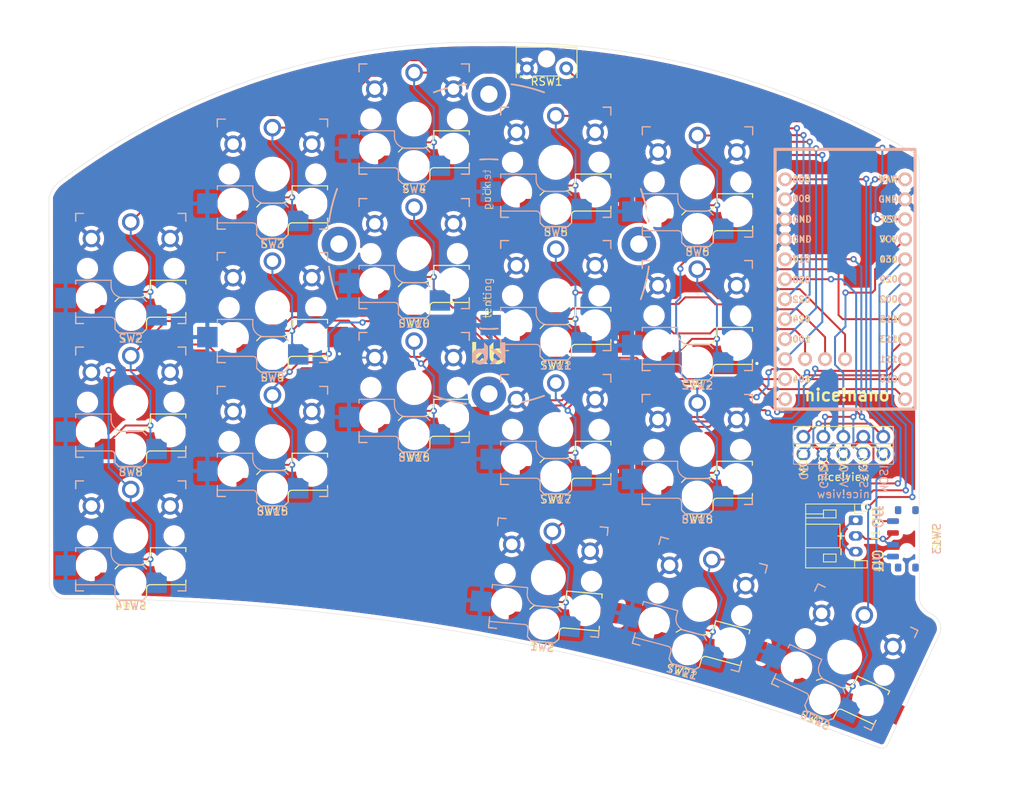
<source format=kicad_pcb>
(kicad_pcb (version 20211014) (generator pcbnew)
  (layers (0 "F.Cu" signal) (31 "B.Cu" signal) (34 "B.Paste" user) (35 "F.Paste" user) (36 "B.SilkS" user "B.Silkscreen") (37 "F.SilkS" user "F.Silkscreen") (38 "B.Mask" user) (39 "F.Mask" user) (44 "Edge.Cuts" user))
  (net 0 "")
  (net 1 "gnd")
  (net 2 "vcc")
  (net 3 "Switch18")
  (net 4 "reset")
  (net 5 "Switch1")
  (net 6 "Switch2")
  (net 7 "Switch3")
  (net 8 "Switch4")
  (net 9 "Switch5")
  (net 10 "Switch6")
  (net 11 "Switch7")
  (net 12 "Switch8")
  (net 13 "Switch9")
  (net 14 "Switch10")
  (net 15 "Switch11")
  (net 16 "Switch12")
  (net 17 "Switch13")
  (net 18 "Switch14")
  (net 19 "Switch15")
  (net 20 "Switch16")
  (net 21 "Switch17")
  (net 22 "raw")
  (net 23 "mosi")
  (net 24 "sck")
  (net 25 "nv_cs")
  (net 26 "GND")
  (net 27 "Net-(J1-Pad2)")
  (footprint "Keebio-Parts:SW_Tactile_SPST_Angled_MJTP1117-no-mount" (layer "F.Cu") (at 72.951865 15.867504)
    (fp_text reference "RSW1")
    (fp_text value "SW_Push")
  )
  (footprint "fingerpunch:Kailh_socket_PG1350_optional_reversible_millmax" (layer "F.Cu") (at 22.626865 41.305002 180)
    (fp_text reference "SW2")
    (fp_text value "SW_Push")
  )
  (footprint "fingerpunch:Kailh_socket_PG1350_optional_reversible_millmax" (layer "F.Cu") (at 40.626867 29.305002 180)
    (fp_text reference "SW3")
    (fp_text value "SW_Push")
  )
  (footprint "fingerpunch:Kailh_socket_PG1350_optional_reversible_millmax" (layer "F.Cu") (at 58.626864 22.305002 180)
    (fp_text reference "SW4")
    (fp_text value "SW_Push")
  )
  (footprint "fingerpunch:Kailh_socket_PG1350_optional_reversible_millmax" (layer "F.Cu") (at 76.626865 27.805003 180)
    (fp_text reference "SW5")
    (fp_text value "SW_Push")
  )
  (footprint "fingerpunch:Kailh_socket_PG1350_optional_reversible_millmax" (layer "F.Cu") (at 94.626863 30.305002 180)
    (fp_text reference "SW6")
    (fp_text value "SW_Push")
  )
  (footprint "fingerpunch:Kailh_socket_PG1350_optional_reversible_millmax" (layer "F.Cu") (at 22.626865 58.305002 180)
    (fp_text reference "SW8")
    (fp_text value "SW_Push")
  )
  (footprint "fingerpunch:Kailh_socket_PG1350_optional_reversible_millmax" (layer "F.Cu") (at 40.626867 46.279002 180)
    (fp_text reference "SW9")
    (fp_text value "SW_Push")
  )
  (footprint "fingerpunch:Kailh_socket_PG1350_optional_reversible_millmax" (layer "F.Cu") (at 58.626866 39.421002 180)
    (fp_text reference "SW10")
    (fp_text value "SW_Push")
  )
  (footprint "fingerpunch:Kailh_socket_PG1350_optional_reversible_millmax" (layer "F.Cu") (at 76.626867 44.755005 180)
    (fp_text reference "SW11")
    (fp_text value "SW_Push")
  )
  (footprint "fingerpunch:Kailh_socket_PG1350_optional_reversible_millmax" (layer "F.Cu") (at 94.606865 47.295002 180)
    (fp_text reference "SW12")
    (fp_text value "SW_Push")
  )
  (footprint "fingerpunch:Kailh_socket_PG1350_optional_reversible_millmax" (layer "F.Cu") (at 22.626865 75.304999 180)
    (fp_text reference "SW14")
    (fp_text value "SW_Push")
  )
  (footprint "fingerpunch:Kailh_socket_PG1350_optional_reversible_millmax" (layer "F.Cu") (at 40.626864 63.297001 180)
    (fp_text reference "SW15")
    (fp_text value "SW_Push")
  )
  (footprint "fingerpunch:Kailh_socket_PG1350_optional_reversible_millmax" (layer "F.Cu") (at 58.626863 56.439003 180)
    (fp_text reference "SW16")
    (fp_text value "SW_Push")
  )
  (footprint "fingerpunch:Kailh_socket_PG1350_optional_reversible_millmax" (layer "F.Cu") (at 76.626865 61.773005 180)
    (fp_text reference "SW17")
    (fp_text value "SW_Push")
  )
  (footprint "fingerpunch:Kailh_socket_PG1350_optional_reversible_millmax" (layer "F.Cu") (at 94.600519 64.313002 180)
    (fp_text reference "SW18")
    (fp_text value "SW_Push")
  )
  (footprint "fingerpunch:Kailh_socket_PG1350_optional_reversible_millmax" (layer "F.Cu") (at 113.326867 90.705 155)
    (fp_text reference "SW20")
    (fp_text value "SW_Push")
  )
  (footprint "fingerpunch:Kailh_socket_PG1350_optional_reversible_millmax" (layer "F.Cu") (at 94.926863 84.005003 165)
    (fp_text reference "SW21")
    (fp_text value "SW_Push")
  )
  (footprint "kbd:Tenting_Puck2" (layer "F.Cu") (at 68.126866 38.205003)
    (fp_text reference "REF**")
    (fp_text value "Tenting Puck")
  )
  (footprint "fingerpunch:nice_nano" (layer "F.Cu") (at 113.376864 43.941752 -90)
    (fp_text reference "U1" hide)
    (fp_text value "nice_nano" hide)
  )
  (footprint "fingerpunch:MSK-12C02" (layer "F.Cu") (at 121.223065 75.682291 -90)
    (fp_text reference "SW7")
    (fp_text value "SW_DPDT")
  )
  (footprint "fingerpunch:Kailh_socket_PG1350_optional_reversible_millmax" (layer "F.Cu") (at 75.676864 80.605 175)
    (fp_text reference "SW1")
    (fp_text value "SW_Push")
  )
  (footprint "Connector_JST:JST_PH_S3B-PH-K_1x03_P2.00mm_Horizontal" (layer "F.Cu") (at 114.733066 73.312291 -90)
    (fp_text reference "J1")
    (fp_text value "JST-BATTERY")
  )
  (footprint "fingerpunch:nice_view" (layer "F.Cu") (at 113.153066 46.222292)
    (fp_text reference "Display1")
    (fp_text value "nice!view")
  )
  (footprint "fingerpunch:nice_view" (layer "B.Cu") (at 113.173066 48.402293 180)
    (fp_text reference "Display2")
    (fp_text value "nice!view")
  )
  (footprint "fingerpunch:MSK-12C02" (layer "B.Cu") (at 121.223066 75.672292 90)
    (fp_text reference "SW13")
    (fp_text value "SW_DPDT")
  )
  (gr_line (start 12.236918 32.201707) (end 12.277117 81.470026) (layer "Edge.Cuts") (width 0.05))
  (gr_arc (start 122.426865 26.805003) (mid 122.69678 27.166844) (end 122.788866 27.608776) (layer "Edge.Cuts") (width 0.05))
  (gr_arc (start 12.236918 32.201707) (mid 12.793791 31.083887) (end 13.66386 30.188003) (layer "Edge.Cuts") (width 0.05))
  (gr_arc (start 67.926867 12.562511) (mid 96.148266 15.966621) (end 122.426865 26.805003) (layer "Edge.Cuts") (width 0.05))
  (gr_arc (start 14.314865 83.306125) (mid 66.82892 87.930658) (end 117.582657 102.184444) (layer "Edge.Cuts") (width 0.05))
  (gr_arc (start 14.314865 83.306125) (mid 12.927435 82.797108) (end 12.277117 81.470026) (layer "Edge.Cuts") (width 0.05))
  (gr_line (start 122.788866 27.608776) (end 122.788865 83.305002) (layer "Edge.Cuts") (width 0.05))
  (gr_arc (start 13.66386 30.188003) (mid 39.328422 16.859032) (end 67.926867 12.562511) (layer "Edge.Cuts") (width 0.05))
  (gr_arc (start 118.789484 101.850237) (mid 118.256353 102.271132) (end 117.582657 102.184444) (layer "Edge.Cuts") (width 0.05))
  (gr_line (start 125.47988 87.577163) (end 118.789484 101.850237) (layer "Edge.Cuts") (width 0.05))
  (gr_arc (start 124.32988 85.227164) (mid 123.343266 84.439338) (end 122.788865 83.305002) (layer "Edge.Cuts") (width 0.05))
  (gr_arc (start 124.32988 85.227164) (mid 125.328418 86.1949) (end 125.47988 87.577163) (layer "Edge.Cuts") (width 0.05))
  (segment (start 102.881865 52.678135) (end 102.881865 51.045002) (width 0.25) (layer "F.Cu") (net 1))
  (segment (start 84.21 50.67) (end 84.21 49.196872) (width 0.25) (layer "F.Cu") (net 1))
  (segment (start 110.633066 65.663066) (end 111.56 66.59) (width 0.25) (layer "F.Cu") (net 1))
  (segment (start 116.31 66.59) (end 116.98 65.92) (width 0.25) (layer "F.Cu") (net 1))
  (segment (start 111.56 66.59) (end 116.31 66.59) (width 0.25) (layer "F.Cu") (net 1))
  (segment (start 110.633066 64.882293) (end 110.633066 65.663066) (width 0.25) (layer "F.Cu") (net 1))
  (segment (start 116.98 65.92) (end 116.98 63.989226) (width 0.25) (layer "F.Cu") (net 1))
  (segment (start 49.14 52.16) (end 49.14 50.267135) (width 0.25) (layer "F.Cu") (net 1))
  (segment (start 102.18 53.38) (end 102.881865 52.678135) (width 0.25) (layer "F.Cu") (net 1))
  (segment (start 84.21 49.196872) (end 84.901867 48.505005) (width 0.25) (layer "F.Cu") (net 1))
  (segment (start 49.14 50.267135) (end 48.901867 50.029002) (width 0.25) (layer "F.Cu") (net 1))
  (segment (start 116.98 63.989226) (end 115.693066 62.702292) (width 0.25) (layer "F.Cu") (net 1))
  (via (at 49.14 52.16) (size 0.8) (drill 0.4) (layers "F.Cu" "B.Cu") (net 1))
  (via (at 102.18 53.38) (size 0.8) (drill 0.4) (layers "F.Cu" "B.Cu") (net 1))
  (via (at 84.21 50.67) (size 0.8) (drill 0.4) (layers "F.Cu" "B.Cu") (net 1))
  (segment (start 102.19 53.37) (end 102.18 53.38) (width 0.25) (layer "B.Cu") (net 1))
  (segment (start 102.19 46.078137) (end 102.19 51.94) (width 0.25) (layer "B.Cu") (net 1))
  (segment (start 49.619003 52.639003) (end 49.14 52.16) (width 0.25) (layer "B.Cu") (net 1))
  (segment (start 84.585002 51.045002) (end 84.21 50.67) (width 0.25) (layer "B.Cu") (net 1))
  (segment (start 86.331865 51.045002) (end 84.585002 51.045002) (width 0.25) (layer "B.Cu") (net 1))
  (segment (start 99.606865 43.495002) (end 102.19 46.078137) (width 0.25) (layer "B.Cu") (net 1))
  (segment (start 53.626863 52.639003) (end 49.619003 52.639003) (width 0.25) (layer "B.Cu") (net 1))
  (segment (start 102.19 51.94) (end 102.19 53.37) (width 0.25) (layer "B.Cu") (net 1))
  (segment (start 117.19 44.01) (end 116.82 44.38) (width 0.25) (layer "F.Cu") (net 2))
  (segment (start 117.19 41.42) (end 117.19 44.01) (width 0.25) (layer "F.Cu") (net 2))
  (segment (start 120.996864 37.591752) (end 117.19 41.398616) (width 0.25) (layer "F.Cu") (net 2))
  (segment (start 116.82 44.38) (end 113.43 44.38) (width 0.25) (layer "F.Cu") (net 2))
  (via (at 113.43 44.38) (size 0.8) (drill 0.4) (layers "F.Cu" "B.Cu") (net 2))
  (segment (start 113.43 48.69) (end 112.1 50.02) (width 0.25) (layer "B.Cu") (net 2))
  (segment (start 113.153066 64.862291) (end 113.173065 64.882291) (width 0.25) (layer "B.Cu") (net 2))
  (segment (start 112.1 53.54) (end 113.153067 54.593067) (width 0.25) (layer "B.Cu") (net 2))
  (segment (start 113.43 44.38) (end 113.43 48.69) (width 0.25) (layer "B.Cu") (net 2))
  (segment (start 113.153067 54.593067) (end 113.153067 62.702292) (width 0.25) (layer "B.Cu") (net 2))
  (segment (start 112.1 50.02) (end 112.1 53.54) (width 0.25) (layer "B.Cu") (net 2))
  (segment (start 113.153067 62.702291) (end 113.153066 64.862291) (width 0.25) (layer "B.Cu") (net 2))
  (segment (start 112.272928 71.062061) (end 106.162929 77.172061) (width 0.25) (layer "F.Cu") (net 3))
  (segment (start 77.953302 73.256924) (end 77.340638 73.77101) (width 0.25) (layer "F.Cu") (net 3))
  (segment (start 71.887733 86.231764) (end 71.920983 85.851706) (width 0.25) (layer "F.Cu") (net 3))
  (segment (start 77.340638 73.77101) (end 77.331842 73.77024) (width 0.25) (layer "F.Cu") (net 3))
  (segment (start 114.262928 71.06206) (end 112.272928 71.062061) (width 0.25) (layer "F.Cu") (net 3))
  (segment (start 106.162929 77.172061) (end 98.602928 77.17206) (width 0.25) (layer "F.Cu") (net 3))
  (segment (start 71.920983 85.851706) (end 74.738996 83.487112) (width 0.25) (layer "F.Cu") (net 3))
  (segment (start 116.092928 69.23206) (end 114.262928 71.06206) (width 0.25) (layer "F.Cu") (net 3))
  (segment (start 98.602928 77.17206) (end 86.918776 74.041301) (width 0.25) (layer "F.Cu") (net 3))
  (segment (start 116.692929 68.63206) (end 116.092928 69.23206) (width 0.25) (layer "F.Cu") (net 3))
  (segment (start 120.082928 68.63206) (end 116.692929 68.63206) (width 0.25) (layer "F.Cu") (net 3))
  (segment (start 77.331842 73.77024) (end 76.191083 74.727451) (width 0.25) (layer "F.Cu") (net 3))
  (segment (start 86.918776 74.041301) (end 77.953302 73.256924) (width 0.25) (layer "F.Cu") (net 3))
  (segment (start 74.738996 83.487112) (end 77.896934 83.763396) (width 0.25) (layer "F.Cu") (net 3))
  (via (at 77.896934 83.763396) (size 0.8) (drill 0.4) (layers "F.Cu" "B.Cu") (net 3))
  (via (at 120.082928 68.63206) (size 0.8) (drill 0.4) (layers "F.Cu" "B.Cu") (net 3))
  (segment (start 117.742928 58.88206) (end 118.842928 59.982059) (width 0.25) (layer "B.Cu") (net 3))
  (segment (start 117.742929 43.385688) (end 117.742928 46.872061) (width 0.25) (layer "B.Cu") (net 3))
  (segment (start 76.011275 76.675878) (end 76.183065 74.712292) (width 0.25) (layer "B.Cu") (net 3))
  (segment (start 77.896934 83.763396) (end 78.280419 79.38014) (width 0.25) (layer "B.Cu") (net 3))
  (segment (start 117.742928 46.872061) (end 117.742928 58.88206) (width 0.25) (layer "B.Cu") (net 3))
  (segment (start 118.842928 59.982059) (end 120.422929 61.56206) (width 0.25) (layer "B.Cu") (net 3))
  (segment (start 120.422928 68.292061) (end 120.082928 68.63206) (width 0.25) (layer "B.Cu") (net 3))
  (segment (start 120.422929 61.56206) (end 120.422928 63.602061) (width 0.25) (layer "B.Cu") (net 3))
  (segment (start 78.280419 79.38014) (end 76.011275 76.675878) (width 0.25) (layer "B.Cu") (net 3))
  (segment (start 78.412808 86.802634) (end 78.466314 86.191057) (width 0.25) (layer "B.Cu") (net 3))
  (segment (start 120.996864 40.131753) (end 117.742929 43.385688) (width 0.25) (layer "B.Cu") (net 3))
  (segment (start 78.466314 86.191057) (end 77.758356 85.347347) (width 0.25) (layer "B.Cu") (net 3))
  (segment (start 120.422928 63.602061) (end 120.422928 68.292061) (width 0.25) (layer "B.Cu") (net 3))
  (segment (start 77.758356 85.347347) (end 77.896934 83.763396) (width 0.25) (layer "B.Cu") (net 3))
  (segment (start 77.951864 15.867505) (end 80.84642 18.76206) (width 0.25) (layer "F.Cu") (net 4))
  (segment (start 118.113067 25.972291) (end 111.173159 25.972291) (width 0.25) (layer "F.Cu") (net 4))
  (segment (start 104.122928 22.59206) (end 100.292929 18.76206) (width 0.25) (layer "F.Cu") (net 4))
  (segment (start 120.996864 35.051751) (end 117.462526 35.051752) (width 0.25) (layer "F.Cu") (net 4))
  (segment (start 111.173159 25.972291) (end 107.792928 22.59206) (width 0.25) (layer "F.Cu") (net 4))
  (segment (start 107.792928 22.59206) (end 104.122928 22.59206) (width 0.25) (layer "F.Cu") (net 4))
  (segment (start 117.462526 35.051752) (end 117.443066 35.032291) (width 0.25) (layer "F.Cu") (net 4))
  (segment (start 80.84642 18.76206) (end 100.292929 18.76206) (width 0.25) (layer "F.Cu") (net 4))
  (via (at 117.443066 35.032291) (size 0.8) (drill 0.4) (layers "F.Cu" "B.Cu") (net 4))
  (via (at 118.113067 25.972291) (size 0.8) (drill 0.4) (layers "F.Cu" "B.Cu") (net 4))
  (segment (start 117.253067 34.842292) (end 117.253067 33.532291) (width 0.25) (layer "B.Cu") (net 4))
  (segment (start 117.253067 33.532291) (end 117.253066 31.252291) (width 0.25) (layer "B.Cu") (net 4))
  (segment (start 117.443066 35.032291) (end 117.253067 34.842292) (width 0.25) (layer "B.Cu") (net 4))
  (segment (start 118.113065 30.392292) (end 118.113067 25.972291) (width 0.25) (layer "B.Cu") (net 4))
  (segment (start 118.003066 30.502291) (end 118.113065 30.392292) (width 0.25) (layer "B.Cu") (net 4))
  (segment (start 117.253066 31.252291) (end 118.003066 30.502291) (width 0.25) (layer "B.Cu") (net 4))
  (segment (start 59.642928 14.02206) (end 57.642929 14.02206) (width 0.25) (layer "F.Cu") (net 5))
  (segment (start 78.222929 18.60206) (end 73.352929 18.60206) (width 0.25) (layer "F.Cu") (net 5))
  (segment (start 79.172928 19.552061) (end 78.222929 18.60206) (width 0.25) (layer "F.Cu") (net 5))
  (segment (start 69.642928 14.89206) (end 60.512927 14.89206) (width 0.25) (layer "F.Cu") (net 5))
  (segment (start 57.642929 14.02206) (end 55.562929 16.10206) (width 0.25) (layer "F.Cu") (net 5))
  (segment (start 21.949267 44.27958) (end 25.119267 44.27958) (width 0.25) (layer "F.Cu") (net 5))
  (segment (start 73.352929 18.60206) (end 69.642928 14.89206) (width 0.25) (layer "F.Cu") (net 5))
  (segment (start 99.762929 19.552061) (end 79.172928 19.552061) (width 0.25) (layer "F.Cu") (net 5))
  (segment (start 60.512927 14.89206) (end 59.642928 14.02206) (width 0.25) (layer "F.Cu") (net 5))
  (segment (start 52.552928 16.102061) (end 46.852928 21.80206) (width 0.25) (layer "F.Cu") (net 5))
  (segment (start 103.692929 23.482059) (end 99.762929 19.552061) (width 0.25) (layer "F.Cu") (net 5))
  (segment (start 107.252928 23.48206) (end 103.692929 23.482059) (width 0.25) (layer "F.Cu") (net 5))
  (segment (start 55.562929 16.10206) (end 52.552928 16.102061) (width 0.25) (layer "F.Cu") (net 5))
  (segment (start 33.069808 24.96206) (end 22.626866 35.405002) (width 0.25) (layer "F.Cu") (net 5))
  (segment (start 33.812929 24.96206) (end 33.069808 24.96206) (width 0.25) (layer "F.Cu") (net 5))
  (segment (start 46.852928 21.80206) (end 36.972928 21.80206) (width 0.25) (layer "F.Cu") (net 5))
  (segment (start 19.348066 47.262291) (end 19.348067 46.880784) (width 0.25) (layer "F.Cu") (net 5))
  (segment (start 19.348067 46.880784) (end 21.949267 44.27958) (width 0.25) (layer "F.Cu") (net 5))
  (segment (start 36.972928 21.80206) (end 33.812929 24.96206) (width 0.25) (layer "F.Cu") (net 5))
  (via (at 107.252928 23.48206) (size 0.8) (drill 0.4) (layers "F.Cu" "B.Cu") (net 5))
  (via (at 25.119267 44.27958) (size 0.8) (drill 0.4) (layers "F.Cu" "B.Cu") (net 5))
  (segment (start 25.898064 46.648378) (end 25.119268 45.869581) (width 0.25) (layer "B.Cu") (net 5))
  (segment (start 25.898067 47.26229) (end 25.898064 46.648378) (width 0.25) (layer "B.Cu") (net 5))
  (segment (start 22.623066 37.38338) (end 22.623065 35.412291) (width 0.25) (layer "B.Cu") (net 5))
  (segment (start 107.252928 31.015688) (end 107.252928 30.877072) (width 0.25) (layer "B.Cu") (net 5))
  (segment (start 25.119269 39.879581) (end 22.623066 37.38338) (width 0.25) (layer "B.Cu") (net 5))
  (segment (start 25.119268 45.869581) (end 25.119267 44.27958) (width 0.25) (layer "B.Cu") (net 5))
  (segment (start 105.756864 32.511752) (end 107.252928 31.015688) (width 0.25) (layer "B.Cu") (net 5))
  (segment (start 25.119267 44.27958) (end 25.119269 39.879581) (width 0.25) (layer "B.Cu") (net 5))
  (segment (start 107.252928 30.877072) (end 107.252928 23.48206) (width 0.25) (layer "B.Cu") (net 5))
  (segment (start 55.952928 16.81206) (end 53.102929 16.81206) (width 0.25) (layer "F.Cu") (net 6))
  (segment (start 77.762928 19.38206) (end 73.252929 19.38206) (width 0.25) (layer "F.Cu") (net 6))
  (segment (start 53.102929 16.81206) (end 46.509986 23.405001) (width 0.25) (layer "F.Cu") (net 6))
  (segment (start 59.282928 14.832061) (end 57.932929 14.83206) (width 0.25) (layer "F.Cu") (net 6))
  (segment (start 57.932929 14.83206) (end 55.952928 16.81206) (width 0.25) (layer "F.Cu") (net 6))
  (segment (start 37.348067 35.252291) (end 37.348067 34.870783) (width 0.25) (layer "F.Cu") (net 6))
  (segment (start 37.348067 34.870783) (end 39.949267 32.269579) (width 0.25) (layer "F.Cu") (net 6))
  (segment (start 103.322928 24.36206) (end 99.242928 20.282059) (width 0.25) (layer "F.Cu") (net 6))
  (segment (start 69.562928 15.69206) (end 60.142928 15.692059) (width 0.25) (layer "F.Cu") (net 6))
  (segment (start 73.252929 19.38206) (end 69.562928 15.69206) (width 0.25) (layer "F.Cu") (net 6))
  (segment (start 99.242928 20.282059) (end 78.662928 20.28206) (width 0.25) (layer "F.Cu") (net 6))
  (segment (start 78.662928 20.28206) (end 77.762928 19.38206) (width 0.25) (layer "F.Cu") (net 6))
  (segment (start 46.509986 23.405001) (end 40.626867 23.405003) (width 0.25) (layer "F.Cu") (net 6))
  (segment (start 108.092929 24.36206) (end 103.322928 24.36206) (width 0.25) (layer "F.Cu") (net 6))
  (segment (start 60.142928 15.692059) (end 59.282928 14.832061) (width 0.25) (layer "F.Cu") (net 6))
  (segment (start 39.949267 32.269579) (end 43.119268 32.269579) (width 0.25) (layer "F.Cu") (net 6))
  (via (at 43.119268 32.269579) (size 0.8) (drill 0.4) (layers "F.Cu" "B.Cu") (net 6))
  (via (at 108.092929 24.36206) (size 0.8) (drill 0.4) (layers "F.Cu" "B.Cu") (net 6))
  (segment (start 43.898065 35.25229) (end 43.898067 34.638379) (width 0.25) (layer "B.Cu") (net 6))
  (segment (start 43.898067 34.638379) (end 43.119269 33.859582) (width 0.25) (layer "B.Cu") (net 6))
  (segment (start 43.119268 32.269579) (end 43.119269 27.869581) (width 0.25) (layer "B.Cu") (net 6))
  (segment (start 105.756864 45.211752) (end 108.092928 42.875688) (width 0.25) (layer "B.Cu") (net 6))
  (segment (start 43.119269 27.869581) (end 40.623065 25.37338) (width 0.25) (layer "B.Cu") (net 6))
  (segment (start 40.623065 25.37338) (end 40.623066 23.402292) (width 0.25) (layer "B.Cu") (net 6))
  (segment (start 43.119269 33.859582) (end 43.119268 32.269579) (width 0.25) (layer "B.Cu") (net 6))
  (segment (start 108.092928 42.875688) (end 108.092929 24.36206) (width 0.25) (layer "B.Cu") (net 6))
  (segment (start 102.982929 25.20206) (end 98.862929 21.08206) (width 0.25) (layer "F.Cu") (net 7))
  (segment (start 77.272928 20.22206) (end 73.252928 20.22206) (width 0.25) (layer "F.Cu") (net 7))
  (segment (start 55.351864 28.255002) (end 55.351864 27.873493) (width 0.25) (layer "F.Cu") (net 7))
  (segment (start 108.882928 25.202061) (end 102.982929 25.20206) (width 0.25) (layer "F.Cu") (net 7))
  (segment (start 69.43587 16.405002) (end 58.626865 16.405003) (width 0.25) (layer "F.Cu") (net 7))
  (segment (start 57.953067 25.272291) (end 61.123066 25.272293) (width 0.25) (layer "F.Cu") (net 7))
  (segment (start 55.351864 27.873493) (end 57.953067 25.272291) (width 0.25) (layer "F.Cu") (net 7))
  (segment (start 73.252928 20.22206) (end 69.43587 16.405002) (width 0.25) (layer "F.Cu") (net 7))
  (segment (start 78.132928 21.08206) (end 77.272928 20.22206) (width 0.25) (layer "F.Cu") (net 7))
  (segment (start 98.862929 21.08206) (end 78.132928 21.08206) (width 0.25) (layer "F.Cu") (net 7))
  (via (at 61.123066 25.272293) (size 0.8) (drill 0.4) (layers "F.Cu" "B.Cu") (net 7))
  (via (at 108.882928 25.202061) (size 0.8) (drill 0.4) (layers "F.Cu" "B.Cu") (net 7))
  (segment (start 61.901864 27.641087) (end 61.123066 26.862292) (width 0.25) (layer "B.Cu") (net 7))
  (segment (start 61.123067 20.872291) (end 58.626864 18.37609) (width 0.25) (layer "B.Cu") (net 7))
  (segment (start 61.901865 28.255002) (end 61.901864 27.641087) (width 0.25) (layer "B.Cu") (net 7))
  (segment (start 105.756864 47.751753) (end 108.882928 44.625689) (width 0.25) (layer "B.Cu") (net 7))
  (segment (start 61.123066 25.272293) (end 61.123067 20.872291) (width 0.25) (layer "B.Cu") (net 7))
  (segment (start 61.123066 26.862292) (end 61.123066 25.272293) (width 0.25) (layer "B.Cu") (net 7))
  (segment (start 58.626864 18.37609) (end 58.626864 16.405002) (width 0.25) (layer "B.Cu") (net 7))
  (segment (start 108.882928 44.625689) (end 108.882928 25.202061) (width 0.25) (layer "B.Cu") (net 7))
  (segment (start 98.525871 21.905003) (end 76.626865 21.905003) (width 0.25) (layer "F.Cu") (net 8))
  (segment (start 75.948278 30.768057) (end 79.118278 30.768056) (width 0.25) (layer "F.Cu") (net 8))
  (segment (start 73.347077 33.369259) (end 75.948278 30.768057) (width 0.25) (layer "F.Cu") (net 8))
  (segment (start 102.662928 26.042061) (end 98.525871 21.905003) (width 0.25) (layer "F.Cu") (net 8))
  (segment (start 73.347077 33.75077) (end 73.347077 33.369259) (width 0.25) (layer "F.Cu") (net 8))
  (segment (start 109.692929 26.04206) (end 102.662928 26.042061) (width 0.25) (layer "F.Cu") (net 8))
  (via (at 79.118278 30.768056) (size 0.8) (drill 0.4) (layers "F.Cu" "B.Cu") (net 8))
  (via (at 109.692929 26.04206) (size 0.8) (drill 0.4) (layers "F.Cu" "B.Cu") (net 8))
  (segment (start 79.118279 26.368057) (end 76.622078 23.871856) (width 0.25) (layer "B.Cu") (net 8))
  (segment (start 109.692928 46.355688) (end 109.692929 26.04206) (width 0.25) (layer "B.Cu") (net 8))
  (segment (start 105.756864 50.291752) (end 109.692928 46.355688) (width 0.25) (layer "B.Cu") (net 8))
  (segment (start 79.897077 33.750768) (end 79.897076 33.136856) (width 0.25) (layer "B.Cu") (net 8))
  (segment (start 79.897076 33.136856) (end 79.118279 32.358056) (width 0.25) (layer "B.Cu") (net 8))
  (segment (start 79.118278 30.768056) (end 79.118279 26.368057) (width 0.25) (layer "B.Cu") (net 8))
  (segment (start 79.118279 32.358056) (end 79.118278 30.768056) (width 0.25) (layer "B.Cu") (net 8))
  (segment (start 76.622078 23.871856) (end 76.622078 21.900768) (width 0.25) (layer "B.Cu") (net 8))
  (segment (start 91.347215 36.25142) (end 91.347215 35.869911) (width 0.25) (layer "F.Cu") (net 9))
  (segment (start 99.96587 24.405002) (end 94.626864 24.405002) (width 0.25) (layer "F.Cu") (net 9))
  (segment (start 102.442928 26.882061) (end 99.96587 24.405002) (width 0.25) (layer "F.Cu") (net 9))
  (segment (start 110.482928 26.88206) (end 102.442928 26.882061) (width 0.25) (layer "F.Cu") (net 9))
  (segment (start 93.948416 33.268708) (end 97.118416 33.268709) (width 0.25) (layer "F.Cu") (net 9))
  (segment (start 91.347215 35.869911) (end 93.948416 33.268708) (width 0.25) (layer "F.Cu") (net 9))
  (via (at 97.118416 33.268709) (size 0.8) (drill 0.4) (layers "F.Cu" "B.Cu") (net 9))
  (via (at 110.482928 26.88206) (size 0.8) (drill 0.4) (layers "F.Cu" "B.Cu") (net 9))
  (segment (start 97.118416 33.268709) (end 97.118418 28.868709) (width 0.25) (layer "B.Cu") (net 9))
  (segment (start 97.897216 35.637507) (end 97.118417 34.85871) (width 0.25) (layer "B.Cu") (net 9))
  (segment (start 97.897215 36.251421) (end 97.897216 35.637507) (width 0.25) (layer "B.Cu") (net 9))
  (segment (start 94.622215 26.372507) (end 94.622215 24.40142) (width 0.25) (layer "B.Cu") (net 9))
  (segment (start 97.118417 34.85871) (end 97.118416 33.268709) (width 0.25) (layer "B.Cu") (net 9))
  (segment (start 97.118418 28.868709) (end 94.622215 26.372507) (width 0.25) (layer "B.Cu") (net 9))
  (segment (start 105.756864 52.831753) (end 110.482929 48.105688) (width 0.25) (layer "B.Cu") (net 9))
  (segment (start 110.482929 48.105688) (end 110.482928 26.88206) (width 0.25) (layer "B.Cu") (net 9))
  (segment (start 42.032928 48.56206) (end 37.722928 48.56206) (width 0.25) (layer "F.Cu") (net 10))
  (segment (start 37.152929 47.99206) (end 27.122928 47.992061) (width 0.25) (layer "F.Cu") (net 10))
  (segment (start 19.348066 63.870783) (end 21.949268 61.26958) (width 0.25) (layer "F.Cu") (net 10))
  (segment (start 37.722928 48.56206) (end 37.152929 47.99206) (width 0.25) (layer "F.Cu") (net 10))
  (segment (start 105.756865 55.371752) (end 89.582621 55.371752) (width 0.25) (layer "F.Cu") (net 10))
  (segment (start 71.642929 52.652061) (end 66.302928 47.31206) (width 0.25) (layer "F.Cu") (net 10))
  (segment (start 19.348066 64.252291) (end 19.348066 63.870783) (width 0.25) (layer "F.Cu") (net 10))
  (segment (start 86.862928 52.65206) (end 71.642929 52.652061) (width 0.25) (layer "F.Cu") (net 10))
  (segment (start 47.270566 47.504423) (end 45.445291 47.504424) (width 0.25) (layer "F.Cu") (net 10))
  (segment (start 66.302928 47.31206) (end 47.462928 47.31206) (width 0.25) (layer "F.Cu") (net 10))
  (segment (start 22.709986 52.405002) (end 22.626865 52.405002) (width 0.25) (layer "F.Cu") (net 10))
  (segment (start 45.442928 47.50206) (end 43.092928 47.502061) (width 0.25) (layer "F.Cu") (net 10))
  (segment (start 21.949268 61.26958) (end 25.119269 61.26958) (width 0.25) (layer "F.Cu") (net 10))
  (segment (start 45.445291 47.504424) (end 45.442928 47.50206) (width 0.25) (layer "F.Cu") (net 10))
  (segment (start 43.092928 47.502061) (end 42.032928 48.56206) (width 0.25) (layer "F.Cu") (net 10))
  (segment (start 89.582621 55.371752) (end 86.862928 52.65206) (width 0.25) (layer "F.Cu") (net 10))
  (segment (start 47.462928 47.31206) (end 47.270566 47.504423) (width 0.25) (layer "F.Cu") (net 10))
  (segment (start 27.122928 47.992061) (end 22.709986 52.405002) (width 0.25) (layer "F.Cu") (net 10))
  (via (at 25.119269 61.26958) (size 0.8) (drill 0.4) (layers "F.Cu" "B.Cu") (net 10))
  (segment (start 22.623067 54.373378) (end 22.623066 52.402292) (width 0.25) (layer "B.Cu") (net 10))
  (segment (start 25.119269 62.859579) (end 25.119269 61.26958) (width 0.25) (layer "B.Cu") (net 10))
  (segment (start 25.898066 63.638379) (end 25.119269 62.859579) (width 0.25) (layer "B.Cu") (net 10))
  (segment (start 25.898065 64.25229) (end 25.898066 63.638379) (width 0.25) (layer "B.Cu") (net 10))
  (segment (start 25.119269 61.26958) (end 25.119268 56.869581) (width 0.25) (layer "B.Cu") (net 10))
  (segment (start 25.119268 56.869581) (end 22.623067 54.373378) (width 0.25) (layer "B.Cu") (net 10))
  (segment (start 44.215362 48.14206) (end 43.118851 49.23857) (width 0.25) (layer "F.Cu") (net 11))
  (segment (start 53.102928 48.69206) (end 52.622929 49.17206) (width 0.25) (layer "F.Cu") (net 11))
  (segment (start 37.34765 51.839773) (end 39.948851 49.238571) (width 0.25) (layer "F.Cu") (net 11))
  (segment (start 47.692929 47.93206) (end 47.482928 48.142061) (width 0.25) (layer "F.Cu") (net 11))
  (segment (start 50.302929 47.93206) (end 47.692929 47.93206) (width 0.25) (layer "F.Cu") (net 11))
  (segment (start 103.77262 57.911752) (end 102.422928 56.56206) (width 0.25) (layer "F.Cu") (net 11))
  (segment (start 51.542929 49.172061) (end 50.302929 47.93206) (width 0.25) (layer "F.Cu") (net 11))
  (segment (start 39.948851 49.238571) (end 43.118851 49.23857) (width 0.25) (layer "F.Cu") (net 11))
  (segment (start 47.482928 48.142061) (end 44.215362 48.14206) (width 0.25) (layer "F.Cu") (net 11))
  (segment (start 52.622929 49.17206) (end 51.542929 49.172061) (width 0.25) (layer "F.Cu") (net 11))
  (segment (start 102.422928 56.56206) (end 89.002929 56.56206) (width 0.25) (layer "F.Cu") (net 11))
  (segment (start 86.392928 53.952061) (end 70.942928 53.95206) (width 0.25) (layer "F.Cu") (net 11))
  (segment (start 65.682929 48.69206) (end 53.102928 48.69206) (width 0.25) (layer "F.Cu") (net 11))
  (segment (start 89.002929 56.56206) (end 86.392928 53.952061) (width 0.25) (layer "F.Cu") (net 11))
  (segment (start 70.942928 53.95206) (end 65.682929 48.69206) (width 0.25) (layer "F.Cu") (net 11))
  (segment (start 37.347651 52.221282) (end 37.34765 51.839773) (width 0.25) (layer "F.Cu") (net 11))
  (segment (start 105.756864 57.911752) (end 103.77262 57.911752) (width 0.25) (layer "F.Cu") (net 11))
  (via (at 43.118851 49.23857) (size 0.8) (drill 0.4) (layers "F.Cu" "B.Cu") (net 11))
  (segment (start 43.897649 51.60737) (end 43.118851 50.828571) (width 0.25) (layer "B.Cu") (net 11))
  (segment (start 43.118852 44.838571) (end 40.62265 42.34237) (width 0.25) (layer "B.Cu") (net 11))
  (segment (start 40.62265 42.34237) (end 40.62265 40.371282) (width 0.25) (layer "B.Cu") (net 11))
  (segment (start 43.118851 49.23857) (end 43.118852 44.838571) (width 0.25) (layer "B.Cu") (net 11))
  (segment (start 43.89765 52.221283) (end 43.897649 51.60737) (width 0.25) (layer "B.Cu") (net 11))
  (segment (start 43.118851 50.828571) (end 43.118851 49.23857) (width 0.25) (layer "B.Cu") (net 11))
  (segment (start 74.412928 47.00206) (end 73.692929 46.28206) (width 0.25) (layer "F.Cu") (net 12))
  (segment (start 96.232928 49.56206) (end 91.612929 49.56206) (width 0.25) (layer "F.Cu") (net 12))
  (segment (start 108.296864 52.831751) (end 108.296864 50.405997) (width 0.25) (layer "F.Cu") (net 12))
  (segment (start 88.652929 48.90206) (end 86.142929 46.39206) (width 0.25) (layer "F.Cu") (net 12))
  (segment (start 91.612929 49.56206) (end 90.952928 48.90206) (width 0.25) (layer "F.Cu") (net 12))
  (segment (start 90.952928 48.90206) (end 88.652929 48.90206) (width 0.25) (layer "F.Cu") (net 12))
  (segment (start 78.152929 47.00206) (end 74.412928 47.00206) (width 0.25) (layer "F.Cu") (net 12))
  (segment (start 73.692929 46.28206) (end 63.512929 46.28206) (width 0.25) (layer "F.Cu") (net 12))
  (segment (start 63.512929 46.28206) (end 61.119267 43.888399) (width 0.25) (layer "F.Cu") (net 12))
  (segment (start 55.348066 44.990782) (end 57.949268 42.38958) (width 0.25) (layer "F.Cu") (net 12))
  (segment (start 108.296864 50.405997) (end 106.902929 49.01206) (width 0.25) (layer "F.Cu") (net 12))
  (segment (start 55.348065 45.372292) (end 55.348066 44.990782) (width 0.25) (layer "F.Cu") (net 12))
  (segment (start 61.119267 43.888399) (end 61.119268 42.38958) (width 0.25) (layer "F.Cu") (net 12))
  (segment (start 78.762928 46.39206) (end 78.152929 47.00206) (width 0.25) (layer "F.Cu") (net 12))
  (segment (start 106.902929 49.01206) (end 96.782929 49.01206) (width 0.25) (layer "F.Cu") (net 12))
  (segment (start 57.949268 42.38958) (end 61.119268 42.38958) (width 0.25) (layer "F.Cu") (net 12))
  (segment (start 96.782929 49.01206) (end 96.232928 49.56206) (width 0.25) (layer "F.Cu") (net 12))
  (segment (start 86.142929 46.39206) (end 78.762928 46.39206) (width 0.25) (layer "F.Cu") (net 12))
  (via (at 61.119268 42.38958) (size 0.8) (drill 0.4) (layers "F.Cu" "B.Cu") (net 12))
  (segment (start 61.898065 44.758379) (end 61.119267 43.97958) (width 0.25) (layer "B.Cu") (net 12))
  (segment (start 58.623066 35.493378) (end 58.623066 33.522291) (width 0.25) (layer "B.Cu") (net 12))
  (segment (start 61.119268 42.38958) (end 61.119268 37.98958) (width 0.25) (layer "B.Cu") (net 12))
  (segment (start 61.119268 37.98958) (end 58.623066 35.493378) (width 0.25) (layer "B.Cu") (net 12))
  (segment (start 61.898067 45.372292) (end 61.898065 44.758379) (width 0.25) (layer "B.Cu") (net 12))
  (segment (start 61.119267 43.97958) (end 61.119268 42.38958) (width 0.25) (layer "B.Cu") (net 12))
  (segment (start 96.012928 44.98206) (end 93.052929 44.98206) (width 0.25) (layer "F.Cu") (net 13))
  (segment (start 93.052929 44.98206) (end 92.212928 45.82206) (width 0.25) (layer "F.Cu") (net 13))
  (segment (start 83.272928 43.29206) (end 81.382928 43.292061) (width 0.25) (layer "F.Cu") (net 13))
  (segment (start 80.309255 44.365734) (end 79.119254 44.365734) (width 0.25) (layer "F.Cu") (net 13))
  (segment (start 101.832929 45.87206) (end 96.902927 45.872061) (width 0.25) (layer "F.Cu") (net 13))
  (segment (start 73.348052 50.702283) (end 73.348052 50.320775) (width 0.25) (layer "F.Cu") (net 13))
  (segment (start 96.902927 45.872061) (end 96.012928 44.98206) (width 0.25) (layer "F.Cu") (net 13))
  (segment (start 102.452928 46.49206) (end 101.832929 45.87206) (width 0.25) (layer "F.Cu") (net 13))
  (segment (start 81.382928 43.292061) (end 80.309255 44.365734) (width 0.25) (layer "F.Cu") (net 13))
  (segment (start 75.949253 47.719573) (end 79.119254 47.719574) (width 0.25) (layer "F.Cu") (net 13))
  (segment (start 110.836864 52.831752) (end 110.836864 50.035996) (width 0.25) (layer "F.Cu") (net 13))
  (segment (start 92.212928 45.82206) (end 85.802928 45.822061) (width 0.25) (layer "F.Cu") (net 13))
  (segment (start 107.292928 46.49206) (end 102.452928 46.49206) (width 0.25) (layer "F.Cu") (net 13))
  (segment (start 73.348052 50.320775) (end 75.949253 47.719573) (width 0.25) (layer "F.Cu") (net 13))
  (segment (start 110.836864 50.035996) (end 107.292928 46.49206) (width 0.25) (layer "F.Cu") (net 13))
  (segment (start 85.802928 45.822061) (end 83.272928 43.29206) (width 0.25) (layer "F.Cu") (net 13))
  (via (at 79.119254 44.365734) (size 0.8) (drill 0.4) (layers "F.Cu" "B.Cu") (net 13))
  (via (at 79.119254 47.719574) (size 0.8) (drill 0.4) (layers "F.Cu" "B.Cu") (net 13))
  (segment (start 76.623051 40.82337) (end 76.623052 38.852285) (width 0.25) (layer "B.Cu") (net 13))
  (segment (start 79.898052 50.088371) (end 79.119253 49.309573) (width 0.25) (layer "B.Cu") (net 13))
  (segment (start 79.119254 47.719574) (end 79.119254 44.365734) (width 0.25) (layer "B.Cu") (net 13))
  (segment (start 79.898053 50.702286) (end 79.898052 50.088371) (width 0.25) (layer "B.Cu") (net 13))
  (segment (start 79.119253 49.309573) (end 79.119254 47.719574) (width 0.25) (layer "B.Cu") (net 13))
  (segment (start 79.119254 44.365734) (end 79.119254 43.319573) (width 0.25) (layer "B.Cu") (net 13))
  (segment (start 79.119254 43.319573) (end 76.623051 40.82337) (width 0.25) (layer "B.Cu") (net 13))
  (segment (start 107.612928 43.93206) (end 103.002928 43.93206) (width 0.25) (layer "F.Cu") (net 14))
  (segment (start 113.376864 52.831752) (end 113.376864 49.695996) (width 0.25) (layer "F.Cu") (net 14))
  (segment (start 91.326329 52.859245) (end 93.92753 50.258046) (width 0.25) (layer "F.Cu") (net 14))
  (segment (start 91.326329 53.240755) (end 91.326329 52.859245) (width 0.25) (layer "F.Cu") (net 14))
  (segment (start 113.376864 49.695996) (end 107.612928 43.93206) (width 0.25) (layer "F.Cu") (net 14))
  (segment (start 103.002928 43.93206) (end 100.46587 41.395003) (width 0.25) (layer "F.Cu") (net 14))
  (segment (start 100.46587 41.395003) (end 94.606866 41.395003) (width 0.25) (layer "F.Cu") (net 14))
  (segment (start 93.92753 50.258046) (end 97.097529 50.258044) (width 0.25) (layer "F.Cu") (net 14))
  (via (at 97.097529 50.258044) (size 0.8) (drill 0.4) (layers "F.Cu" "B.Cu") (net 14))
  (segment (start 97.09753 45.858046) (end 94.601327 43.361842) (width 0.25) (layer "B.Cu") (net 14))
  (segment (start 97.097529 50.258044) (end 97.09753 45.858046) (width 0.25) (layer "B.Cu") (net 14))
  (segment (start 97.876328 53.240755) (end 97.876328 52.626842) (width 0.25) (layer "B.Cu") (net 14))
  (segment (start 97.097531 51.848044) (end 97.097529 50.258044) (width 0.25) (layer "B.Cu") (net 14))
  (segment (start 94.601327 43.361842) (end 94.601328 41.390754) (width 0.25) (layer "B.Cu") (net 14))
  (segment (start 97.876328 52.626842) (end 97.097531 51.848044) (width 0.25) (layer "B.Cu") (net 14))
  (segment (start 103.602928 56.64206) (end 103.262928 56.30206) (width 0.25) (layer "F.Cu") (net 15))
  (segment (start 86.902928 53.60206) (end 86.592928 53.29206) (width 0.25) (layer "F.Cu") (net 15))
  (segment (start 43.852929 52.162061) (end 42.492929 53.52206) (width 0.25) (layer "F.Cu") (net 15))
  (segment (start 19.348066 80.880782) (end 21.949269 78.27958) (width 0.25) (layer "F.Cu") (net 15))
  (segment (start 66.182928 48.20206) (end 65.982928 48.00206) (width 0.25) (layer "F.Cu") (net 15))
  (segment (start 42.492929 53.52206) (end 41.682928 54.33206) (width 0.25) (layer "F.Cu") (net 15))
  (segment (start 32.332929 50.97206) (end 28.142929 50.97206) (width 0.25) (layer "F.Cu") (net 15))
  (segment (start 52.242928 48.002059) (end 52.072928 48.17206) (width 0.25) (layer "F.Cu") (net 15))
  (segment (start 105.762928 56.64206) (end 103.602928 56.64206) (width 0.25) (layer "F.Cu") (net 15))
  (segment (start 102.922928 55.962061) (end 101.382928 55.96206) (width 0.25) (layer "F.Cu") (net 15))
  (segment (start 23.312928 54.23206) (end 19.802928 54.23206) (width 0.25) (layer "F.Cu") (net 15))
  (segment (start 28.142929 50.97206) (end 26.572928 50.97206) (width 0.25) (layer "F.Cu") (net 15))
  (segment (start 101.382928 55.96206) (end 89.262929 55.96206) (width 0.25) (layer "F.Cu") (net 15))
  (segment (start 71.412928 53.29206) (end 71.272929 53.29206) (width 0.25) (layer "F.Cu") (net 15))
  (segment (start 103.262928 56.30206) (end 102.922928 55.962061) (width 0.25) (layer "F.Cu") (net 15))
  (segment (start 34.612928 53.25206) (end 32.332929 50.97206) (width 0.25) (layer "F.Cu") (net 15))
  (segment (start 89.262929 55.96206) (end 86.902928 53.60206) (width 0.25) (layer "F.Cu") (net 15))
  (segment (start 65.982928 48.00206) (end 54.292928 48.00206) (width 0.25) (layer "F.Cu") (net 15))
  (segment (start 119.727172 56.642061) (end 105.762928 56.64206) (width 0.25) (layer "F.Cu") (net 15))
  (segment (start 54.292928 48.00206) (end 52.242928 48.002059) (width 0.25) (layer "F.Cu") (net 15))
  (segment (start 86.592928 53.29206) (end 71.412928 53.29206) (width 0.25) (layer "F.Cu") (net 15))
  (segment (start 41.682928 54.33206) (end 38.072928 54.33206) (width 0.25) (layer "F.Cu") (net 15))
  (segment (start 120.996864 57.911752) (end 119.727172 56.642061) (width 0.25) (layer "F.Cu") (net 15))
  (segment (start 38.072928 54.33206) (end 35.692928 54.33206) (width 0.25) (layer "F.Cu") (net 15))
  (segment (start 26.572928 50.97206) (end 24.042929 53.50206) (width 0.25) (layer "F.Cu") (net 15))
  (segment (start 47.782928 52.162061) (end 43.852929 52.162061) (width 0.25) (layer "F.Cu") (net 15))
  (segment (start 35.692928 54.33206) (end 34.612928 53.25206) (width 0.25) (layer "F.Cu") (net 15))
  (segment (start 24.042929 53.50206) (end 23.312928 54.23206) (width 0.25) (layer "F.Cu") (net 15))
  (segment (start 19.348065 81.26229) (end 19.348066 80.880782) (width 0.25) (layer "F.Cu") (net 15))
  (segment (start 71.272929 53.29206) (end 66.182928 48.20206) (width 0.25) (layer "F.Cu") (net 15))
  (segment (start 21.949269 78.27958) (end 25.119268 78.279582) (width 0.25) (layer "F.Cu") (net 15))
  (via (at 25.119268 78.279582) (size 0.8) (drill 0.4) (layers "F.Cu" "B.Cu") (net 15))
  (via (at 19.802928 54.23206) (size 0.8) (drill 0.4) (layers "F.Cu" "B.Cu") (net 15))
  (via (at 52.072928 48.17206) (size 0.8) (drill 0.4) (layers "F.Cu" "B.Cu") (net 15))
  (via (at 47.782928 52.162061) (size 0.8) (drill 0.4) (layers "F.Cu" "B.Cu") (net 15))
  (segment (start 22.623065 71.383379) (end 22.623065 69.412291) (width 0.25) (layer "B.Cu") (net 15))
  (segment (start 25.119268 73.87958) (end 22.623065 71.383379) (width 0.25) (layer "B.Cu") (net 15))
  (segment (start 48.312929 49.032061) (end 47.782928 49.56206) (width 0.25) (layer "B.Cu") (net 15))
  (segment (start 25.119268 78.279582) (end 25.119268 73.87958) (width 0.25) (layer "B.Cu") (net 15))
  (segment (start 25.119268 79.869581) (end 25.119268 78.279582) (width 0.25) (layer "B.Cu") (net 15))
  (segment (start 22.626866 69.405) (end 19.802928 66.581063) (width 0.25) (layer "B.Cu") (net 15))
  (segment (start 19.802928 66.581063) (end 19.802928 54.23206) (width 0.25) (layer "B.Cu") (net 15))
  (segment (start 49.172928 48.17206) (end 48.312929 49.032061) (width 0.25) (layer "B.Cu") (net 15))
  (segment (start 52.072928 48.17206) (end 49.172928 48.17206) (width 0.25) (layer "B.Cu") (net 15))
  (segment (start 25.898067 81.262291) (end 25.898067 80.648379) (width 0.25) (layer "B.Cu") (net 15))
  (segment (start 25.898067 80.648379) (end 25.119268 79.869581) (width 0.25) (layer "B.Cu") (net 15))
  (segment (start 47.782928 49.56206) (end 47.782928 52.162061) (width 0.25) (layer "B.Cu") (net 15))
  (segment (start 92.452928 58.872059) (end 90.962928 57.38206) (width 0.25) (layer "F.Cu") (net 16))
  (segment (start 37.347883 69.252115) (end 37.347882 68.870606) (width 0.25) (layer "F.Cu") (net 16))
  (segment (start 102.132928 57.67206) (end 98.052929 57.67206) (width 0.25) (layer "F.Cu") (net 16))
  (segment (start 107.422928 54.742061) (end 106.782928 54.10206) (width 0.25) (layer "F.Cu") (net 16))
  (segment (start 44.022929 53.23206) (end 42.812929 54.44206) (width 0.25) (layer "F.Cu") (net 16))
  (segment (start 88.772929 57.38206) (end 88.202929 56.81206) (width 0.25) (layer "F.Cu") (net 16))
  (segment (start 58.182928 52.54206) (end 56.272929 50.632061) (width 0.25) (layer "F.Cu") (net 16))
  (segment (start 47.492928 53.23206) (end 44.022929 53.23206) (width 0.25) (layer "F.Cu") (net 16))
  (segment (start 70.452928 54.71206) (end 68.742929 53.00206) (width 0.25) (layer "F.Cu") (net 16))
  (segment (start 106.782928 54.10206) (end 105.792929 54.10206) (width 0.25) (layer "F.Cu") (net 16))
  (segment (start 80.692928 54.76206) (end 78.612929 56.84206) (width 0.25) (layer "F.Cu") (net 16))
  (segment (start 73.212928 55.28206) (end 72.642928 54.71206) (width 0.25) (layer "F.Cu") (net 16))
  (segment (start 96.162928 59.56206) (end 95.532929 60.19206) (width 0.25) (layer "F.Cu") (net 16))
  (segment (start 62.492928 49.43206) (end 60.022929 51.902061) (width 0.25) (layer "F.Cu") (net 16))
  (segment (start 77.392929 58.06206) (end 76.582928 58.062061) (width 0.25) (layer "F.Cu") (net 16))
  (segment (start 98.052929 57.67206) (end 96.162928 59.56206) (width 0.25) (layer "F.Cu") (net 16))
  (segment (start 72.642928 54.71206) (end 71.102928 54.712059) (width 0.25) (layer "F.Cu") (net 16))
  (segment (start 93.942929 60.192061) (end 93.772929 60.19206) (width 0.25) (layer "F.Cu") (net 16))
  (segment (start 60.022929 51.902061) (end 59.382928 52.54206) (width 0.25) (layer "F.Cu") (net 16))
  (segment (start 49.942928 53.23206) (end 47.492928 53.23206) (width 0.25) (layer "F.Cu") (net 16))
  (segment (start 120.996865 55.371752) (end 108.052621 55.371753) (width 0.25) (layer "F.Cu") (net 16))
  (segment (start 62.582929 49.432059) (end 62.492928 49.43206) (width 0.25) (layer "F.Cu") (net 16))
  (segment (start 105.792929 54.10206) (end 104.082928 54.10206) (width 0.25) (layer "F.Cu") (net 16))
  (segment (start 86.152928 54.76206) (end 83.272929 54.76206) (width 0.25) (layer "F.Cu") (net 16))
  (segment (start 95.532929 60.19206) (end 93.942929 60.192061) (width 0.25) (layer "F.Cu") (net 16))
  (segment (start 104.082928 54.10206) (end 103.652928 54.532061) (width 0.25) (layer "F.Cu") (net 16))
  (segment (start 78.612929 56.84206) (end 77.392929 58.06206) (width 0.25) (layer "F.Cu") (net 16))
  (segment (start 58.222928 52.542061) (end 58.182928 52.54206) (width 0.25) (layer "F.Cu") (net 16))
  (segment (start 65.172929 49.43206) (end 62.582929 49.432059) (width 0.25) (layer "F.Cu") (net 16))
  (segment (start 108.052621 55.371753) (end 107.422928 54.742061) (width 0.25) (layer "F.Cu") (net 16))
  (segment (start 75.992928 58.062061) (end 73.212928 55.28206) (width 0.25) (layer "F.Cu") (net 16))
  (segment (start 68.742929 53.00206) (end 65.172929 49.43206) (width 0.25) (layer "F.Cu") (net 16))
  (segment (start 83.272929 54.76206) (end 80.692928 54.76206) (width 0.25) (layer "F.Cu") (net 16))
  (segment (start 59.382928 52.54206) (end 58.222928 52.542061) (width 0.25) (layer "F.Cu") (net 16))
  (segment (start 56.272929 50.632061) (end 55.212928 49.572059) (width 0.25) (layer "F.Cu") (net 16))
  (segment (start 53.602929 49.572061) (end 52.402928 50.77206) (width 0.25) (layer "F.Cu") (net 16))
  (segment (start 37.347882 68.870606) (end 39.949084 66.269403) (width 0.25) (layer "F.Cu") (net 16))
  (segment (start 90.962928 57.38206) (end 89.692928 57.38206) (width 0.25) (layer "F.Cu") (net 16))
  (segment (start 52.402928 50.77206) (end 49.942928 53.23206) (width 0.25) (layer "F.Cu") (net 16))
  (segment (start 55.212928 49.572059) (end 54.272928 49.57206) (width 0.25) (layer "F.Cu") (net 16))
  (segment (start 76.582928 58.062061) (end 75.992928 58.062061) (width 0.25) (layer "F.Cu") (net 16))
  (segment (start 54.272928 49.57206) (end 53.602929 49.572061) (width 0.25) (layer "F.Cu") (net 16))
  (segment (start 39.949084 66.269403) (end 43.119083 66.269403) (width 0.25) (layer "F.Cu") (net 16))
  (segment (start 89.692928 57.38206) (end 88.772929 57.38206) (width 0.25) (layer "F.Cu") (net 16))
  (segment (start 88.202929 56.81206) (end 86.152928 54.76206) (width 0.25) (layer "F.Cu") (net 16))
  (segment (start 71.102928 54.712059) (end 70.452928 54.71206) (width 0.25) (layer "F.Cu") (net 16))
  (segment (start 93.772929 60.19206) (end 92.452928 58.872059) (width 0.25) (layer "F.Cu") (net 16))
  (via (at 42.812929 54.44206) (size 0.8) (drill 0.4) (layers "F.Cu" "B.Cu") (net 16))
  (via (at 102.132928 57.67206) (size 0.8) (drill 0.4) (layers "F.Cu" "B.Cu") (net 16))
  (via (at 43.119083 66.269403) (size 0.8) (drill 0.4) (layers "F.Cu" "B.Cu") (net 16))
  (via (at 103.652928 54.532061) (size 0.8) (drill 0.4) (layers "F.Cu" "B.Cu") (net 16))
  (segment (start 40.626864 56.628125) (end 40.626864 57.397001) (width 0.25) (layer "B.Cu") (net 16))
  (segment (start 103.652928 56.15206) (end 102.132928 57.67206) (width 0.25) (layer "B.Cu") (net 16))
  (segment (start 42.812929 54.44206) (end 40.626864 56.628125) (width 0.25) (layer "B.Cu") (net 16))
  (segment (start 40.622882 59.3732) (end 40.622883 57.402114) (width 0.25) (layer "B.Cu") (net 16))
  (segment (start 43.119082 61.869403) (end 40.622882 59.3732) (width 0.25) (layer "B.Cu") (net 16))
  (segment (start 43.119083 66.269403) (end 43.119082 61.869403) (width 0.25) (layer "B.Cu") (net 16))
  (segment (start 43.119085 67.859401) (end 43.119083 66.269403) (width 0.25) (layer "B.Cu") (net 16))
  (segment (start 43.897881 68.6382) (end 43.119085 67.859401) (width 0.25) (layer "B.Cu") (net 16))
  (segment (start 43.897882 69.252113) (end 43.897881 68.6382) (width 0.25) (layer "B.Cu") (net 16))
  (segment (start 103.652928 54.532061) (end 103.652928 56.15206) (width 0.25) (layer "B.Cu") (net 16))
  (segment (start 104.752929 59.552061) (end 103.802929 58.60206) (width 0.25) (layer "F.Cu") (net 17))
  (segment (start 85.902928 55.38206) (end 81.022928 55.38206) (width 0.25) (layer "F.Cu") (net 17))
  (segment (start 103.802929 58.60206) (end 101.672928 58.60206) (width 0.25) (layer "F.Cu") (net 17))
  (segment (start 72.302929 55.352061) (end 70.202929 55.35206) (width 0.25) (layer "F.Cu") (net 17))
  (segment (start 95.922928 60.76206) (end 93.402929 60.762061) (width 0.25) (layer "F.Cu") (net 17))
  (segment (start 62.902928 50.12206) (end 59.634796 53.390193) (width 0.25) (layer "F.Cu") (net 17))
  (segment (start 55.349372 62.388683) (end 55.349371 62.007174) (width 0.25) (layer "F.Cu") (net 17))
  (segment (start 75.672929 58.72206) (end 72.302929 55.352061) (width 0.25) (layer "F.Cu") (net 17))
  (segment (start 55.349371 62.007174) (end 57.950574 59.405972) (width 0.25) (layer "F.Cu") (net 17))
  (segment (start 70.202929 55.35206) (end 64.972928 50.12206) (width 0.25) (layer "F.Cu") (net 17))
  (segment (start 88.472928 57.95206) (end 85.902928 55.38206) (width 0.25) (layer "F.Cu") (net 17))
  (segment (start 77.682928 58.72206) (end 75.672929 58.72206) (width 0.25) (layer "F.Cu") (net 17))
  (segment (start 108.902928 54.89206) (end 108.542928 54.53206) (width 0.25) (layer "F.Cu") (net 17))
  (segment (start 120.996864 52.831752) (end 118.936556 54.89206) (width 0.25) (layer "F.Cu") (net 17))
  (segment (start 93.402929 60.762061) (end 90.592928 57.95206) (width 0.25) (layer "F.Cu") (net 17))
  (segment (start 90.592928 57.95206) (end 88.472928 57.95206) (width 0.25) (layer "F.Cu") (net 17))
  (segment (start 101.372927 58.302061) (end 98.382928 58.30206) (width 0.25) (layer "F.Cu") (net 17))
  (segment (start 98.382928 58.30206) (end 95.922928 60.76206) (width 0.25) (layer "F.Cu") (net 17))
  (segment (start 101.672928 58.60206) (end 101.372927 58.302061) (width 0.25) (layer "F.Cu") (net 17))
  (segment (start 59.634796 53.390193) (end 59.504796 53.390193) (width 0.25) (layer "F.Cu") (net 17))
  (segment (start 64.972928 50.12206) (end 62.902928 50.12206) (width 0.25) (layer "F.Cu") (net 17))
  (segment (start 118.936556 54.89206) (end 108.902928 54.89206) (width 0.25) (layer "F.Cu") (net 17))
  (segment (start 81.022928 55.38206) (end 77.682928 58.72206) (width 0.25) (layer "F.Cu") (net 17))
  (segment (start 57.950574 59.405972) (end 61.120574 59.405974) (width 0.25) (layer "F.Cu") (net 17))
  (via (at 104.752929 59.552061) (size 0.8) (drill 0.4) (layers "F.Cu" "B.Cu") (net 17))
  (via (at 59.504796 53.390193) (size 0.8) (drill 0.4) (layers "F.Cu" "B.Cu") (net 17))
  (via (at 61.120574 59.405974) (size 0.8) (drill 0.4) (layers "F.Cu" "B.Cu") (net 17))
  (via (at 108.542928 54.53206) (size 0.8) (drill 0.4) (layers "F.Cu" "B.Cu") (net 17))
  (segment (start 58.624372 52.509772) (end 58.624373 50.538685) (width 0.25) (layer "B.Cu") (net 17))
  (segment (start 61.120574 60.995972) (end 61.120574 59.405974) (width 0.25) (layer "B.Cu") (net 17))
  (segment (start 108.542928 54.53206) (end 107.502929 55.57206) (width 0.25) (layer "B.Cu") (net 17))
  (segment (start 107.502929 55.57206) (end 107.502929 58.55206) (width 0.25) (layer "B.Cu") (net 17))
  (segment (start 61.120575 55.005972) (end 59.504796 53.390193) (width 0.25) (layer "B.Cu") (net 17))
  (segment (start 61.899372 62.388682) (end 61.899373 61.774769) (width 0.25) (layer "B.Cu") (net 17))
  (segment (start 61.899373 61.774769) (end 61.120574 60.995972) (width 0.25) (layer "B.Cu") (net 17))
  (segment (start 61.120574 59.405974) (end 61.120575 55.005972) (width 0.25) (layer "B.Cu") (net 17))
  (segment (start 107.502929 58.55206) (end 106.502929 59.55206) (width 0.25) (layer "B.Cu") (net 17))
  (segment (start 59.504796 53.390193) (end 58.624372 52.509772) (width 0.25) (layer "B.Cu") (net 17))
  (segment (start 106.502929 59.55206) (end 104.752929 59.552061) (width 0.25) (layer "B.Cu") (net 17))
  (segment (start 119.332928 53.612061) (end 119.002929 53.94206) (width 0.25) (layer "F.Cu") (net 18))
  (segment (start 118.622929 54.32206) (end 112.362928 54.32206) (width 0.25) (layer "F.Cu") (net 18))
  (segment (start 119.002929 53.94206) (end 118.622929 54.32206) (width 0.25) (layer "F.Cu") (net 18))
  (segment (start 119.332928 52.33206) (end 119.332928 53.612061) (width 0.25) (layer "F.Cu") (net 18))
  (segment (start 75.949268 64.73958) (end 79.119267 64.73958) (width 0.25) (layer "F.Cu") (net 18))
  (segment (start 90.212928 58.52206) (end 88.182928 58.522061) (width 0.25) (layer "F.Cu") (net 18))
  (segment (start 96.122928 61.442061) (end 93.132928 61.44206) (width 0.25) (layer "F.Cu") (net 18))
  (segment (start 103.242928 59.322059) (end 101.432928 59.32206) (width 0.25) (layer "F.Cu") (net 18))
  (segment (start 101.432928 59.32206) (end 100.962927 58.852061) (width 0.25) (layer "F.Cu") (net 18))
  (segment (start 100.962927 58.852061) (end 98.712928 58.85206) (width 0.25) (layer "F.Cu") (net 18))
  (segment (start 81.222928 56.012059) (end 78.152338 59.08265) (width 0.25) (layer "F.Cu") (net 18))
  (segment (start 85.672928 56.01206) (end 81.222928 56.012059) (width 0.25) (layer "F.Cu") (net 18))
  (segment (start 88.182928 58.522061) (end 85.672928 56.01206) (width 0.25) (layer "F.Cu") (net 18))
  (segment (start 109.852929 54.32206) (end 109.582929 54.052061) (width 0.25) (layer "F.Cu") (net 18))
  (segment (start 112.362928 54.32206) (end 109.852929 54.32206) (width 0.25) (layer "F.Cu") (net 18))
  (segment (start 93.132928 61.44206) (end 90.212928 58.52206) (width 0.25) (layer "F.Cu") (net 18))
  (segment (start 78.152338 59.08265) (end 78.152338 59.37265) (width 0.25) (layer "F.Cu") (net 18))
  (segment (start 73.348067 67.722291) (end 73.348066 67.340783) (width 0.25) (layer "F.Cu") (net 18))
  (segment (start 103.582928 59.66206) (end 103.242928 59.322059) (width 0.25) (layer "F.Cu") (net 18))
  (segment (start 98.712928 58.85206) (end 96.122928 61.442061) (width 0.25) (layer "F.Cu") (net 18))
  (segment (start 120.996865 50.291752) (end 119.332928 51.955688) (width 0.25) (layer "F.Cu") (net 18))
  (segment (start 119.332928 51.955688) (end 119.332928 52.33206) (width 0.25) (layer "F.Cu") (net 18))
  (segment (start 73.348066 67.340783) (end 75.949268 64.73958) (width 0.25) (layer "F.Cu") (net 18))
  (via (at 79.119267 64.73958) (size 0.8) (drill 0.4) (layers "F.Cu" "B.Cu") (net 18))
  (via (at 109.582929 54.052061) (size 0.8) (drill 0.4) (layers "F.Cu" "B.Cu") (net 18))
  (via (at 103.582928 59.66206) (size 0.8) (drill 0.4) (layers "F.Cu" "B.Cu") (net 18))
  (via (at 78.152338 59.37265) (size 0.8) (drill 0.4) (layers "F.Cu" "B.Cu") (net 18))
  (segment (start 79.898067 67.108379) (end 79.119269 66.329582) (width 0.25) (layer "B.Cu") (net 18))
  (segment (start 79.119267 64.73958) (end 79.119269 60.339582) (width 0.25) (layer "B.Cu") (net 18))
  (segment (start 79.898067 67.722291) (end 79.898067 67.108379) (width 0.25) (layer "B.Cu") (net 18))
  (segment (start 109.582929 54.052061) (end 109.582929 54.80206) (width 0.25) (layer "B.Cu") (net 18))
  (segment (start 76.623066 57.84338) (end 76.623065 55.872292) (width 0.25) (layer "B.Cu") (net 18))
  (segment (start 79.119269 60.339582) (end 78.152338 59.37265) (width 0.25) (layer "B.Cu") (net 18))
  (segment (start 109.022929 55.362061) (end 108.132928 56.252061) (width 0.25) (layer "B.Cu") (net 18))
  (segment (start 78.152338 59.37265) (end 76.623066 57.84338) (width 0.25) (layer "B.Cu") (net 18))
  (segment (start 104.292928 60.37206) (end 103.582928 59.66206) (width 0.25) (layer "B.Cu") (net 18))
  (segment (start 108.132928 57.52206) (end 108.132928 58.882061) (width 0.25) (layer "B.Cu") (net 18))
  (segment (start 79.119269 66.329582) (end 79.119267 64.73958) (width 0.25) (layer "B.Cu") (net 18))
  (segment (start 109.582929 54.80206) (end 109.022929 55.362061) (width 0.25) (layer "B.Cu") (net 18))
  (segment (start 108.132928 56.252061) (end 108.132928 57.52206) (width 0.25) (layer "B.Cu") (net 18))
  (segment (start 106.642928 60.37206) (end 104.482928 60.37206) (width 0.25) (layer "B.Cu") (net 18))
  (segment (start 108.132928 58.882061) (end 107.022929 59.992061) (width 0.25) (layer "B.Cu") (net 18))
  (segment (start 107.022929 59.992061) (end 106.642928 60.37206) (width 0.25) (layer "B.Cu") (net 18))
  (segment (start 104.482928 60.37206) (end 104.292928 60.37206) (width 0.25) (layer "B.Cu") (net 18))
  (segment (start 111.93206 41.40206) (end 101.622929 41.40206) (width 0.25) (layer "F.Cu") (net 19))
  (segment (start 101.622929 41.40206) (end 100.842928 40.62206) (width 0.25) (layer "F.Cu") (net 19))
  (segment (start 100.842928 40.62206) (end 96.402928 40.62206) (width 0.25) (layer "F.Cu") (net 19))
  (segment (start 120.996864 47.751751) (end 113.081751 47.751751) (width 0.25) (layer "F.Cu") (net 19))
  (segment (start 112.55 42.02) (end 111.93206 41.40206) (width 0.25) (layer "F.Cu") (net 19))
  (segment (start 95.442928 39.66206) (end 93.742928 39.662061) (width 0.25) (layer "F.Cu") (net 19))
  (segment (start 113.081751 47.751751) (end 112.55 47.22) (width 0.25) (layer "F.Cu") (net 19))
  (segment (start 91.317234 69.880545) (end 93.918438 67.279342) (width 0.25) (layer "F.Cu") (net 19))
  (segment (start 91.317234 70.262053) (end 91.317234 69.880545) (width 0.25) (layer "F.Cu") (net 19))
  (segment (start 93.918438 67.279342) (end 97.088438 67.279342) (width 0.25) (layer "F.Cu") (net 19))
  (segment (start 96.402928 40.62206) (end 95.442928 39.66206) (width 0.25) (layer "F.Cu") (net 19))
  (segment (start 112.55 47.22) (end 112.55 42.02) (width 0.25) (layer "F.Cu") (net 19))
  (segment (start 92.452929 40.95206) (end 92.452928 41.342061) (width 0.25) (layer "F.Cu") (net 19))
  (segment (start 93.742928 39.662061) (end 92.452929 40.95206) (width 0.25) (layer "F.Cu") (net 19))
  (via (at 97.088438 67.279342) (size 0.8) (drill 0.4) (layers "F.Cu" "B.Cu") (net 19))
  (via (at 92.452928 41.342061) (size 0.8) (drill 0.4) (layers "F.Cu" "B.Cu") (net 19))
  (segment (start 91.912928 49.45206) (end 92.372928 49.91206) (width 0.25) (layer "B.Cu") (net 19))
  (segment (start 94.600519 56.729652) (end 94.60052 58.413003) (width 0.25) (layer "B.Cu") (net 19))
  (segment (start 92.372928 49.91206) (end 92.372928 54.50206) (width 0.25) (layer "B.Cu") (net 19))
  (segment (start 94.592236 60.383141) (end 94.592234 58.412054) (width 0.25) (layer "B.Cu") (net 19))
  (segment (start 97.867235 70.262053) (end 97.867235 69.648141) (width 0.25) (layer "B.Cu") (net 19))
  (segment (start 97.088438 67.279342) (end 97.088438 62.879342) (width 0.25) (layer "B.Cu") (net 19))
  (segment (start 97.088438 62.879342) (end 94.592236 60.383141) (width 0.25) (layer "B.Cu") (net 19))
  (segment (start 91.912928 45.58206) (end 91.912928 49.45206) (width 0.25) (layer "B.Cu") (net 19))
  (segment (start 97.867235 69.648141) (end 97.088436 68.869341) (width 0.25) (layer "B.Cu") (net 19))
  (segment (start 92.372928 54.50206) (end 94.600519 56.729652) (width 0.25) (layer "B.Cu") (net 19))
  (segment (start 97.088436 68.869341) (end 97.088438 67.279342) (width 0.25) (layer "B.Cu") (net 19))
  (segment (start 92.452928 41.342061) (end 92.452929 45.04206) (width 0.25) (layer "B.Cu") (net 19))
  (segment (start 92.452929 45.04206) (end 91.912928 45.58206) (width 0.25) (layer "B.Cu") (net 19))
  (segment (start 108.008114 94.342199) (end 111.46492 93.084025) (width 0.25) (layer "F.Cu") (net 20))
  (segment (start 111.46492 93.084025) (end 114.337915 94.423725) (width 0.25) (layer "F.Cu") (net 20))
  (segment (start 117.972928 70.36206) (end 117.582929 70.36206) (width 0.25) (layer "F.Cu") (net 20))
  (segment (start 107.846882 94.687963) (end 108.008114 94.342199) (width 0.25) (layer "F.Cu") (net 20))
  (segment (start 117.582929 70.36206) (end 116.302928 71.642061) (width 0.25) (layer "F.Cu") (net 20))
  (segment (start 121.922928 70.36206) (end 117.972928 70.36206) (width 0.25) (layer "F.Cu") (net 20))
  (via (at 116.302928 71.642061) (size 0.8) (drill 0.4) (layers "F.Cu" "B.Cu") (net 20))
  (via (at 114.337915 94.423725) (size 0.8) (drill 0.4) (layers "F.Cu" "B.Cu") (net 20))
  (via (at 121.922928 70.36206) (size 0.8) (drill 0.4) (layers "F.Cu" "B.Cu") (net 20))
  (segment (start 120.482928 59.682059) (end 121.922928 61.12206) (width 0.25) (layer "B.Cu") (net 20))
  (segment (start 113.665952 95.864754) (end 114.337915 94.423725) (width 0.25) (layer "B.Cu") (net 20))
  (segment (start 113.783197 97.456113) (end 114.042648 96.899719) (width 0.25) (layer "B.Cu") (net 20))
  (segment (start 119.362929 49.20206) (end 119.362928 58.56206) (width 0.25) (layer "B.Cu") (net 20))
  (segment (start 116.197435 90.435971) (end 114.990048 87.118703) (width 0.25) (layer "B.Cu") (net 20))
  (segment (start 114.042648 96.899719) (end 113.665952 95.864754) (width 0.25) (layer "B.Cu") (net 20))
  (segment (start 119.362928 58.56206) (end 120.482928 59.682059) (width 0.25) (layer "B.Cu") (net 20))
  (segment (start 114.337915 94.423725) (end 116.197435 90.435971) (width 0.25) (layer "B.Cu") (net 20))
  (segment (start 119.362928 46.845688) (end 119.362929 49.20206) (width 0.25) (layer "B.Cu") (net 20))
  (segment (start 121.922928 61.12206) (end 121.922928 70.36206) (width 0.25) (layer "B.Cu") (net 20))
  (segment (start 116.302928 84.875172) (end 115.820315 85.357784) (width 0.25) (layer "B.Cu") (net 20))
  (segment (start 114.990048 87.118703) (end 115.823067 85.332291) (width 0.25) (layer "B.Cu") (net 20))
  (segment (start 116.302928 71.642061) (end 116.302928 84.875172) (width 0.25) (layer "B.Cu") (net 20))
  (segment (start 120.996864 45.211753) (end 119.362928 46.845688) (width 0.25) (layer "B.Cu") (net 20))
  (segment (start 114.732928 71.752061) (end 112.692929 71.75206) (width 0.25) (layer "F.Cu") (net 21))
  (segment (start 112.692929 71.75206) (end 106.138948 78.30604) (width 0.25) (layer "F.Cu") (net 21))
  (segment (start 93.507204 86.673043) (end 96.56919 87.493502) (width 0.25) (layer "F.Cu") (net 21))
  (segment (start 106.138948 78.30604) (end 96.453895 78.30604) (width 0.25) (layer "F.Cu") (net 21))
  (segment (start 121.082928 69.512061) (end 116.972928 69.51206) (width 0.25) (layer "F.Cu") (net 21))
  (segment (start 90.321395 88.512371) (end 93.507204 86.673043) (width 0.25) (layer "F.Cu") (net 21))
  (segment (start 116.972928 69.51206) (end 114.732928 71.752061) (width 0.25) (layer "F.Cu") (net 21))
  (segment (start 90.222652 88.88088) (end 90.321395 88.512371) (width 0.25) (layer "F.Cu") (net 21))
  (via (at 96.56919 87.493502) (size 0.8) (drill 0.4) (layers "F.Cu" "B.Cu") (net 21))
  (via (at 121.082928 69.512061) (size 0.8) (drill 0.4) (layers "F.Cu" "B.Cu") (net 21))
  (segment (start 96.708361 89.983152) (end 96.157665 89.029322) (width 0.25) (layer "B.Cu") (net 21))
  (segment (start 118.672929 58.792061) (end 119.332928 59.45206) (width 0.25) (layer "B.Cu") (net 21))
  (segment (start 95.942911 80.186215) (end 96.453066 78.282292) (width 0.25) (layer "B.Cu") (net 21))
  (segment (start 118.672928 47.82206) (end 118.672929 58.792061) (width 0.25) (layer "B.Cu") (net 21))
  (segment (start 96.549468 90.576145) (end 96.708361 89.983152) (width 0.25) (layer "B.Cu") (net 21))
  (segment (start 118.672929 44.995688) (end 118.672928 47.82206) (width 0.25) (layer "B.Cu") (net 21))
  (segment (start 120.996864 42.671752) (end 118.672929 44.995688) (width 0.25) (layer "B.Cu") (net 21))
  (segment (start 97.707991 83.243425) (end 95.942911 80.186215) (width 0.25) (layer "B.Cu") (net 21))
  (segment (start 96.157665 89.029322) (end 96.56919 87.493502) (width 0.25) (layer "B.Cu") (net 21))
  (segment (start 121.082928 61.20206) (end 121.082928 69.512061) (width 0.25) (layer "B.Cu") (net 21))
  (segment (start 119.332928 59.45206) (end 121.082928 61.20206) (width 0.25) (layer "B.Cu") (net 21))
  (segment (start 96.56919 87.493502) (end 97.707991 83.243425) (width 0.25) (layer "B.Cu") (net 21))
  (segment (start 120.996864 29.971752) (end 117.183605 29.971752) (width 0.25) (layer "F.Cu") (net 22))
  (segment (start 117.383065 73.432291) (end 117.353065 73.462292) (width 0.25) (layer "F.Cu") (net 22))
  (segment (start 117.183605 29.971752) (end 117.183065 29.972292) (width 0.25) (layer "F.Cu") (net 22))
  (segment (start 119.463065 73.432291) (end 117.383065 73.432291) (width 0.25) (layer "F.Cu") (net 22))
  (via (at 117.353065 73.462292) (size 0.8) (drill 0.4) (layers "F.Cu" "B.Cu") (net 22))
  (via (at 117.183065 29.972292) (size 0.8) (drill 0.4) (layers "F.Cu" "B.Cu") (net 22))
  (segment (start 116.633066 58.782293) (end 116.633067 30.522291) (width 0.25) (layer "B.Cu") (net 22))
  (segment (start 117.353065 73.462292) (end 117.353066 77.222292) (width 0.25) (layer "B.Cu") (net 22))
  (segment (start 117.353066 68.211922) (end 119.793065 65.771923) (width 0.25) (layer "B.Cu") (net 22))
  (segment (start 119.793065 65.771923) (end 119.793065 61.942291) (width 0.25) (layer "B.Cu") (net 22))
  (segment (start 117.353065 73.462292) (end 117.353066 68.211922) (width 0.25) (layer "B.Cu") (net 22))
  (segment (start 117.353066 77.222292) (end 118.053066 77.92229) (width 0.25) (layer "B.Cu") (net 22))
  (segment (start 119.793065 61.942291) (end 116.633066 58.782293) (width 0.25) (layer "B.Cu") (net 22))
  (segment (start 116.633067 30.522291) (end 117.183065 29.972292) (width 0.25) (layer "B.Cu") (net 22))
  (segment (start 118.053066 77.92229) (end 119.463066 77.922291) (width 0.25) (layer "B.Cu") (net 22))
  (segment (start 110.343067 59.302291) (end 114.663066 59.302293) (width 0.25) (layer "F.Cu") (net 23))
  (segment (start 105.756864 40.131752) (end 114.448248 40.131752) (width 0.25) (layer "F.Cu") (net 23))
  (segment (start 109.083066 60.562292) (end 110.343067 59.302291) (width 0.25) (layer "F.Cu") (net 23))
  (segment (start 109.083067 61.692291) (end 109.083066 60.562292) (width 0.25) (layer "F.Cu") (net 23))
  (segment (start 114.448248 40.131752) (end 114.45 40.13) (width 0.25) (layer "F.Cu") (net 23))
  (segment (start 108.073065 62.70229) (end 109.083067 61.692291) (width 0.25) (layer "F.Cu") (net 23))
  (segment (start 114.663066 59.302293) (end 115.533066 60.172293) (width 0.25) (layer "F.Cu") (net 23))
  (via (at 115.533066 60.172293) (size 0.8) (drill 0.4) (layers "F.Cu" "B.Cu") (net 23))
  (via (at 114.45 40.13) (size 0.8) (drill 0.4) (layers "F.Cu" "B.Cu") (net 23))
  (segment (start 115.533066 60.172293) (end 116.963066 61.602291) (width 0.25) (layer "B.Cu") (net 23))
  (segment (start 114.45 40.13) (end 115.436934 41.116934) (width 0.25) (layer "B.Cu") (net 23))
  (segment (start 118.253066 64.882292) (end 116.963065 63.592292) (width 0.25) (layer "B.Cu") (net 23))
  (segment (start 115.436934 41.116934) (end 115.443066 41.116934) (width 0.25) (layer "B.Cu") (net 23))
  (segment (start 116.963066 61.602291) (end 116.963065 63.592292) (width 0.25) (layer "B.Cu") (net 23))
  (segment (start 115.443066 41.116934) (end 115.443065 60.082291) (width 0.25) (layer "B.Cu") (net 23))
  (segment (start 115.443065 60.082291) (end 115.533066 60.172293) (width 0.25) (layer "B.Cu") (net 23))
  (segment (start 111.59 42.67) (end 111.588248 42.671752) (width 0.25) (layer "F.Cu") (net 24))
  (segment (start 114.423066 60.182291) (end 114.409267 60.168494) (width 0.25) (layer "F.Cu") (net 24))
  (segment (start 111.588248 42.671752) (end 105.756864 42.671752) (width 0.25) (layer "F.Cu") (net 24))
  (segment (start 114.409267 60.168494) (end 110.836863 60.168494) (width 0.25) (layer "F.Cu") (net 24))
  (via (at 110.836863 60.168494) (size 0.8) (drill 0.4) (layers "F.Cu" "B.Cu") (net 24))
  (via (at 114.423066 60.182291) (size 0.8) (drill 0.4) (layers "F.Cu" "B.Cu") (net 24))
  (via (at 111.59 42.67) (size 0.8) (drill 0.4) (layers "F.Cu" "B.Cu") (net 24))
  (segment (start 110.836864 62.478493) (end 110.613065 62.702291) (width 0.25) (layer "B.Cu") (net 24))
  (segment (start 115.543066 64.882291) (end 114.703066 64.042291) (width 0.25) (layer "B.Cu") (net 24))
  (segment (start 111.59 42.67) (end 112.97 42.67) (width 0.25) (layer "B.Cu") (net 24))
  (segment (start 114.783065 59.822291) (end 114.423066 60.182291) (width 0.25) (layer "B.Cu") (net 24))
  (segment (start 114.433066 60.192291) (end 114.423066 60.182291) (width 0.25) (layer "B.Cu") (net 24))
  (segment (start 115.713067 64.882293) (end 115.543066 64.882291) (width 0.25) (layer "B.Cu") (net 24))
  (segment (start 114.783066 44.483066) (end 114.783065 59.822291) (width 0.25) (layer "B.Cu") (net 24))
  (segment (start 114.433065 62.852291) (end 114.433066 60.192291) (width 0.25) (layer "B.Cu") (net 24))
  (segment (start 114.433066 63.772293) (end 114.433065 62.852291) (width 0.25) (layer "B.Cu") (net 24))
  (segment (start 110.836863 60.168494) (end 110.836864 62.478493) (width 0.25) (layer "B.Cu") (net 24))
  (segment (start 112.97 42.67) (end 114.783066 44.483066) (width 0.25) (layer "B.Cu") (net 24))
  (segment (start 114.703066 64.042291) (end 114.433066 63.772293) (width 0.25) (layer "B.Cu") (net 24))
  (segment (start 111.933067 61.032291) (end 116.563065 61.032291) (width 0.25) (layer "F.Cu") (net 25))
  (segment (start 116.003605 29.971752) (end 116.063066 29.912291) (width 0.25) (layer "F.Cu") (net 25))
  (segment (start 116.563065 61.032291) (end 118.233066 62.702292) (width 0.25) (layer "F.Cu") (net 25))
  (segment (start 105.756865 29.971752) (end 116.003605 29.971752) (width 0.25) (layer "F.Cu") (net 25))
  (segment (start 110.033064 61.032291) (end 111.933067 61.032291) (width 0.25) (layer "F.Cu") (net 25))
  (via (at 110.033064 61.032291) (size 0.8) (drill 0.4) (layers "F.Cu" "B.Cu") (net 25))
  (via (at 116.063066 29.912291) (size 0.8) (drill 0.4) (layers "F.Cu" "B.Cu") (net 25))
  (segment (start 116.063066 29.912291) (end 116.063067 59.072291) (width 0.25) (layer "B.Cu") (net 25))
  (segment (start 109.343065 61.722292) (end 110.033064 61.032291) (width 0.25) (layer "B.Cu") (net 25))
  (segment (start 109.343067 63.632291) (end 109.343065 61.722292) (width 0.25) (layer "B.Cu") (net 25))
  (segment (start 108.093065 64.882291) (end 109.343067 63.632291) (width 0.25) (layer "B.Cu") (net 25))
  (segment (start 116.063067 59.072291) (end 118.233065 61.242291) (width 0.25) (layer "B.Cu") (net 25))
  (segment (start 118.233065 61.242291) (end 118.233066 62.702292) (width 0.25) (layer "B.Cu") (net 25))
  (segment (start 113.04 74.67) (end 114.397709 73.312291) (width 0.25) (layer "B.Cu") (net 26))
  (segment (start 114.397709 73.312291) (end 114.733066 73.312291) (width 0.25) (layer "B.Cu") (net 26))
  (segment (start 114.042291 77.312291) (end 113.04 76.31) (width 0.25) (layer "B.Cu") (net 26))
  (segment (start 113.04 76.31) (end 113.04 74.67) (width 0.25) (layer "B.Cu") (net 26))
  (segment (start 114.733066 77.312291) (end 114.042291 77.312291) (width 0.25) (layer "B.Cu") (net 26))
  (segment (start 119.463066 74.932291) (end 118.713066 75.682292) (width 0.25) (layer "F.Cu") (net 27))
  (segment (start 118.713066 75.682292) (end 118.193066 75.682292) (width 0.25) (layer "F.Cu") (net 27))
  (segment (start 115.573067 75.312292) (end 114.733065 75.312291) (width 0.25) (layer "F.Cu") (net 27))
  (segment (start 118.193066 75.682292) (end 115.943066 75.682291) (width 0.25) (layer "F.Cu") (net 27))
  (segment (start 115.943066 75.682291) (end 115.573067 75.312292) (width 0.25) (layer "F.Cu") (net 27))
  (via (at 118.193066 75.682292) (size 0.8) (drill 0.4) (layers "F.Cu" "B.Cu") (net 27))
  (segment (start 119.463065 76.422292) (end 118.933065 76.422292) (width 0.25) (layer "B.Cu") (net 27))
  (segment (start 118.933065 76.422292) (end 118.193066 75.682292) (width 0.25) (layer "B.Cu") (net 27))
  (zone (net 1) (net_name "gnd") (layers F&B.Cu) (connect_pads (clearance 0.508)) (min_thickness 0.254) (fill yes (thermal_gap 0.508) (thermal_bridge_width 0.508))
    (polygon (pts (xy 136.111089 108.826687) (xy 6.211084 110.426685) (xy 6.011087 7.726684) (xy 133.811086 7.176686)))
  )
)
</source>
